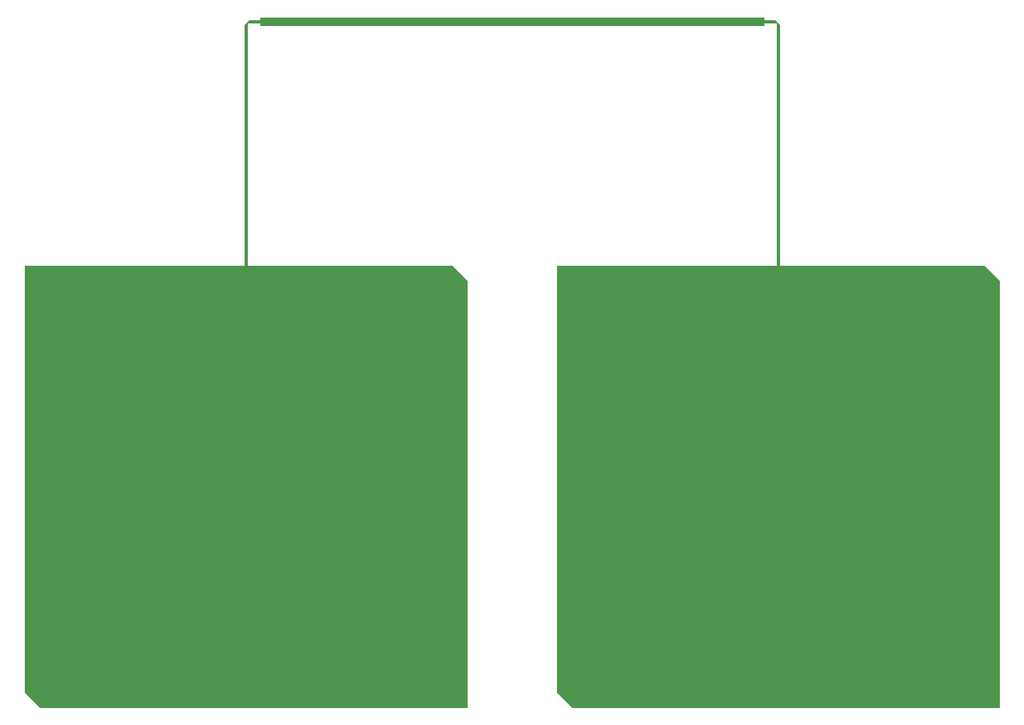
<source format=gbr>
G04 #@! TF.FileFunction,Copper,L1,Top,Signal*
%FSLAX46Y46*%
G04 Gerber Fmt 4.6, Leading zero omitted, Abs format (unit mm)*
G04 Created by KiCad (PCBNEW 4.1.0-alpha+201605071002+6776~44~ubuntu14.04.1-product) date Mon 27 Jun 2016 01:49:22 BST*
%MOMM*%
%LPD*%
G01*
G04 APERTURE LIST*
%ADD10C,0.100000*%
%ADD11C,0.050000*%
G04 APERTURE END LIST*
D10*
D11*
G36*
X32712550Y260000D02*
X32713030Y255123D01*
X32714453Y250433D01*
X32716763Y246111D01*
X32719872Y242322D01*
X32723661Y239213D01*
X32727983Y236903D01*
X32732673Y235480D01*
X32737550Y235000D01*
X34097594Y235000D01*
X34727550Y-394956D01*
X34727550Y-31685000D01*
X34728030Y-31689877D01*
X34729453Y-31694567D01*
X34731763Y-31698889D01*
X34734872Y-31702678D01*
X34738661Y-31705787D01*
X34742983Y-31708097D01*
X34747673Y-31709520D01*
X34752550Y-31710000D01*
X61287194Y-31710000D01*
X63272550Y-33695356D01*
X63272550Y-89140000D01*
X7827906Y-89140000D01*
X5842550Y-87154644D01*
X5842550Y-31710000D01*
X34362550Y-31710000D01*
X34367427Y-31709520D01*
X34372117Y-31708097D01*
X34376439Y-31705787D01*
X34380228Y-31702678D01*
X34383337Y-31698889D01*
X34385647Y-31694567D01*
X34387070Y-31689877D01*
X34387550Y-31685000D01*
X34387550Y-130000D01*
X34387070Y-125123D01*
X34385647Y-120433D01*
X34383337Y-116111D01*
X34380228Y-112322D01*
X34376439Y-109213D01*
X34372117Y-106903D01*
X34367427Y-105480D01*
X34362550Y-105000D01*
X32737550Y-105000D01*
X32732673Y-105480D01*
X32727983Y-106903D01*
X32723661Y-109213D01*
X32719872Y-112322D01*
X32716763Y-116111D01*
X32714453Y-120433D01*
X32713030Y-125123D01*
X32712550Y-130000D01*
X32712550Y-445000D01*
X-32712550Y-445000D01*
X-32712550Y-130000D01*
X-32713030Y-125123D01*
X-32714453Y-120433D01*
X-32716763Y-116111D01*
X-32719872Y-112322D01*
X-32723661Y-109213D01*
X-32727983Y-106903D01*
X-32732673Y-105480D01*
X-32737550Y-105000D01*
X-34362550Y-105000D01*
X-34367427Y-105480D01*
X-34372117Y-106903D01*
X-34376439Y-109213D01*
X-34380228Y-112322D01*
X-34383337Y-116111D01*
X-34385647Y-120433D01*
X-34387070Y-125123D01*
X-34387550Y-130000D01*
X-34387550Y-31685000D01*
X-34387070Y-31689877D01*
X-34385647Y-31694567D01*
X-34383337Y-31698889D01*
X-34380228Y-31702678D01*
X-34376439Y-31705787D01*
X-34372117Y-31708097D01*
X-34367427Y-31709520D01*
X-34362550Y-31710000D01*
X-7827906Y-31710000D01*
X-5842550Y-33695356D01*
X-5842550Y-89140000D01*
X-61287194Y-89140000D01*
X-63272550Y-87154644D01*
X-63272550Y-31710000D01*
X-34752550Y-31710000D01*
X-34747673Y-31709520D01*
X-34742983Y-31708097D01*
X-34738661Y-31705787D01*
X-34734872Y-31702678D01*
X-34731763Y-31698889D01*
X-34729453Y-31694567D01*
X-34728030Y-31689877D01*
X-34727550Y-31685000D01*
X-34727550Y-394956D01*
X-34097594Y235000D01*
X-32737550Y235000D01*
X-32732673Y235480D01*
X-32727983Y236903D01*
X-32723661Y239213D01*
X-32719872Y242322D01*
X-32716763Y246111D01*
X-32714453Y250433D01*
X-32713030Y255123D01*
X-32712550Y260000D01*
X-32712550Y575000D01*
X32712550Y575000D01*
X32712550Y260000D01*
X32712550Y260000D01*
G37*
X32712550Y260000D02*
X32713030Y255123D01*
X32714453Y250433D01*
X32716763Y246111D01*
X32719872Y242322D01*
X32723661Y239213D01*
X32727983Y236903D01*
X32732673Y235480D01*
X32737550Y235000D01*
X34097594Y235000D01*
X34727550Y-394956D01*
X34727550Y-31685000D01*
X34728030Y-31689877D01*
X34729453Y-31694567D01*
X34731763Y-31698889D01*
X34734872Y-31702678D01*
X34738661Y-31705787D01*
X34742983Y-31708097D01*
X34747673Y-31709520D01*
X34752550Y-31710000D01*
X61287194Y-31710000D01*
X63272550Y-33695356D01*
X63272550Y-89140000D01*
X7827906Y-89140000D01*
X5842550Y-87154644D01*
X5842550Y-31710000D01*
X34362550Y-31710000D01*
X34367427Y-31709520D01*
X34372117Y-31708097D01*
X34376439Y-31705787D01*
X34380228Y-31702678D01*
X34383337Y-31698889D01*
X34385647Y-31694567D01*
X34387070Y-31689877D01*
X34387550Y-31685000D01*
X34387550Y-130000D01*
X34387070Y-125123D01*
X34385647Y-120433D01*
X34383337Y-116111D01*
X34380228Y-112322D01*
X34376439Y-109213D01*
X34372117Y-106903D01*
X34367427Y-105480D01*
X34362550Y-105000D01*
X32737550Y-105000D01*
X32732673Y-105480D01*
X32727983Y-106903D01*
X32723661Y-109213D01*
X32719872Y-112322D01*
X32716763Y-116111D01*
X32714453Y-120433D01*
X32713030Y-125123D01*
X32712550Y-130000D01*
X32712550Y-445000D01*
X-32712550Y-445000D01*
X-32712550Y-130000D01*
X-32713030Y-125123D01*
X-32714453Y-120433D01*
X-32716763Y-116111D01*
X-32719872Y-112322D01*
X-32723661Y-109213D01*
X-32727983Y-106903D01*
X-32732673Y-105480D01*
X-32737550Y-105000D01*
X-34362550Y-105000D01*
X-34367427Y-105480D01*
X-34372117Y-106903D01*
X-34376439Y-109213D01*
X-34380228Y-112322D01*
X-34383337Y-116111D01*
X-34385647Y-120433D01*
X-34387070Y-125123D01*
X-34387550Y-130000D01*
X-34387550Y-31685000D01*
X-34387070Y-31689877D01*
X-34385647Y-31694567D01*
X-34383337Y-31698889D01*
X-34380228Y-31702678D01*
X-34376439Y-31705787D01*
X-34372117Y-31708097D01*
X-34367427Y-31709520D01*
X-34362550Y-31710000D01*
X-7827906Y-31710000D01*
X-5842550Y-33695356D01*
X-5842550Y-89140000D01*
X-61287194Y-89140000D01*
X-63272550Y-87154644D01*
X-63272550Y-31710000D01*
X-34752550Y-31710000D01*
X-34747673Y-31709520D01*
X-34742983Y-31708097D01*
X-34738661Y-31705787D01*
X-34734872Y-31702678D01*
X-34731763Y-31698889D01*
X-34729453Y-31694567D01*
X-34728030Y-31689877D01*
X-34727550Y-31685000D01*
X-34727550Y-394956D01*
X-34097594Y235000D01*
X-32737550Y235000D01*
X-32732673Y235480D01*
X-32727983Y236903D01*
X-32723661Y239213D01*
X-32719872Y242322D01*
X-32716763Y246111D01*
X-32714453Y250433D01*
X-32713030Y255123D01*
X-32712550Y260000D01*
X-32712550Y575000D01*
X32712550Y575000D01*
X32712550Y260000D01*
M02*

</source>
